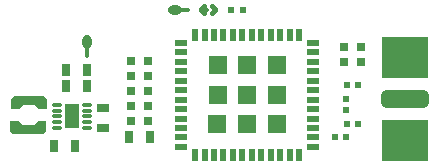
<source format=gtp>
G04 Layer_Color=8421504*
%FSAX25Y25*%
%MOIN*%
G70*
G01*
G75*
%ADD10R,0.02362X0.01969*%
G04:AMPARAMS|DCode=11|XSize=15.75mil|YSize=30mil|CornerRadius=0mil|HoleSize=0mil|Usage=FLASHONLY|Rotation=315.000|XOffset=0mil|YOffset=0mil|HoleType=Round|Shape=Octagon|*
%AMOCTAGOND11*
4,1,8,0.00782,0.01339,0.01339,0.00782,0.01339,0.00226,-0.00226,-0.01339,-0.00782,-0.01339,-0.01339,-0.00782,-0.01339,-0.00226,0.00226,0.01339,0.00782,0.01339,0.0*
%
%ADD11OCTAGOND11*%

G04:AMPARAMS|DCode=12|XSize=15mil|YSize=30mil|CornerRadius=0mil|HoleSize=0mil|Usage=FLASHONLY|Rotation=225.000|XOffset=0mil|YOffset=0mil|HoleType=Round|Shape=Octagon|*
%AMOCTAGOND12*
4,1,8,0.01326,-0.00796,0.00796,-0.01326,0.00265,-0.01326,-0.01326,0.00265,-0.01326,0.00796,-0.00796,0.01326,-0.00265,0.01326,0.01326,-0.00265,0.01326,-0.00796,0.0*
%
%ADD12OCTAGOND12*%

%ADD13P,0.03677X4X270.0*%
G04:AMPARAMS|DCode=14|XSize=15mil|YSize=30mil|CornerRadius=0mil|HoleSize=0mil|Usage=FLASHONLY|Rotation=315.000|XOffset=0mil|YOffset=0mil|HoleType=Round|Shape=Octagon|*
%AMOCTAGOND14*
4,1,8,0.00796,0.01326,0.01326,0.00796,0.01326,0.00265,-0.00265,-0.01326,-0.00796,-0.01326,-0.01326,-0.00796,-0.01326,-0.00265,0.00265,0.01326,0.00796,0.01326,0.0*
%
%ADD14OCTAGOND14*%

%ADD15O,0.04724X0.03150*%
%ADD16O,0.03937X0.01575*%
%ADD17R,0.03150X0.03937*%
%ADD18O,0.03150X0.04724*%
%ADD19O,0.01575X0.03937*%
%ADD20R,0.06000X0.02000*%
G04:AMPARAMS|DCode=21|XSize=11mil|YSize=31.5mil|CornerRadius=2.75mil|HoleSize=0mil|Usage=FLASHONLY|Rotation=270.000|XOffset=0mil|YOffset=0mil|HoleType=Round|Shape=RoundedRectangle|*
%AMROUNDEDRECTD21*
21,1,0.01100,0.02600,0,0,270.0*
21,1,0.00550,0.03150,0,0,270.0*
1,1,0.00550,-0.01300,-0.00275*
1,1,0.00550,-0.01300,0.00275*
1,1,0.00550,0.01300,0.00275*
1,1,0.00550,0.01300,-0.00275*
%
%ADD21ROUNDEDRECTD21*%
%ADD22R,0.04724X0.07874*%
%ADD23R,0.03937X0.03150*%
%ADD24R,0.03000X0.03000*%
%ADD25R,0.06299X0.06299*%
G04:AMPARAMS|DCode=26|XSize=62.99mil|YSize=62.99mil|CornerRadius=6.3mil|HoleSize=0mil|Usage=FLASHONLY|Rotation=0.000|XOffset=0mil|YOffset=0mil|HoleType=Round|Shape=RoundedRectangle|*
%AMROUNDEDRECTD26*
21,1,0.06299,0.05039,0,0,0.0*
21,1,0.05039,0.06299,0,0,0.0*
1,1,0.01260,0.02520,-0.02520*
1,1,0.01260,-0.02520,-0.02520*
1,1,0.01260,-0.02520,0.02520*
1,1,0.01260,0.02520,0.02520*
%
%ADD26ROUNDEDRECTD26*%
%ADD27R,0.01969X0.03937*%
%ADD28R,0.03937X0.01969*%
%ADD29R,0.01969X0.02362*%
G04:AMPARAMS|DCode=30|XSize=157.48mil|YSize=59.06mil|CornerRadius=14.76mil|HoleSize=0mil|Usage=FLASHONLY|Rotation=0.000|XOffset=0mil|YOffset=0mil|HoleType=Round|Shape=RoundedRectangle|*
%AMROUNDEDRECTD30*
21,1,0.15748,0.02953,0,0,0.0*
21,1,0.12795,0.05906,0,0,0.0*
1,1,0.02953,0.06398,-0.01476*
1,1,0.02953,-0.06398,-0.01476*
1,1,0.02953,-0.06398,0.01476*
1,1,0.02953,0.06398,0.01476*
%
%ADD30ROUNDEDRECTD30*%
%ADD31R,0.15748X0.07874*%
G36*
X0187500Y0188000D02*
X0186500Y0187000D01*
X0176500D01*
X0175500Y0188000D01*
Y0191500D01*
X0178250D01*
X0179500Y0190000D01*
X0183500D01*
X0184750Y0191500D01*
X0187500D01*
Y0188000D01*
D02*
G37*
G36*
X0187563Y0198843D02*
Y0195343D01*
X0184813D01*
X0183563Y0196843D01*
X0179563D01*
X0178313Y0195343D01*
X0175563D01*
X0175563Y0198843D01*
X0176563Y0199843D01*
X0186563D01*
X0187563Y0198843D01*
D02*
G37*
D10*
X0252969Y0228500D02*
D03*
X0249031D02*
D03*
X0287469Y0186000D02*
D03*
X0283531D02*
D03*
X0287531Y0190500D02*
D03*
X0291469D02*
D03*
X0287531Y0203500D02*
D03*
X0291469D02*
D03*
D11*
X0243400Y0227700D02*
D03*
D12*
Y0229300D02*
D03*
X0239600Y0227800D02*
D03*
D13*
X0240100Y0228500D02*
D03*
D14*
X0239600Y0229200D02*
D03*
D15*
X0230350Y0228500D02*
D03*
D16*
X0233500D02*
D03*
D17*
X0200937Y0203000D02*
D03*
X0194062D02*
D03*
X0200937Y0208500D02*
D03*
X0194062D02*
D03*
X0190063Y0183000D02*
D03*
X0196938D02*
D03*
X0221937Y0186000D02*
D03*
X0215062D02*
D03*
D18*
X0201000Y0217650D02*
D03*
D19*
Y0214500D02*
D03*
D20*
X0182000Y0188500D02*
D03*
X0181500Y0198500D02*
D03*
D21*
X0191079Y0196937D02*
D03*
Y0194968D02*
D03*
X0191079Y0193000D02*
D03*
Y0191032D02*
D03*
Y0189063D02*
D03*
X0200921D02*
D03*
Y0191032D02*
D03*
Y0193000D02*
D03*
X0200921Y0194968D02*
D03*
Y0196937D02*
D03*
D22*
X0196000Y0193000D02*
D03*
D23*
X0206500Y0189063D02*
D03*
Y0195938D02*
D03*
D24*
X0215750Y0191500D02*
D03*
X0221250D02*
D03*
X0221250Y0196500D02*
D03*
X0215750D02*
D03*
X0221250Y0201500D02*
D03*
X0215750D02*
D03*
X0215750Y0206500D02*
D03*
X0221250D02*
D03*
X0221250Y0211500D02*
D03*
X0215750D02*
D03*
X0292250Y0211000D02*
D03*
X0286750D02*
D03*
Y0216000D02*
D03*
X0292250D02*
D03*
D25*
X0264193Y0190335D02*
D03*
X0254350D02*
D03*
X0244409D02*
D03*
X0264193Y0200177D02*
D03*
X0254350D02*
D03*
X0244508D02*
D03*
X0264193Y0210020D02*
D03*
X0254350Y0210020D02*
D03*
D26*
X0244508Y0210020D02*
D03*
D27*
X0237028Y0220256D02*
D03*
X0240177D02*
D03*
X0243327D02*
D03*
X0246476D02*
D03*
X0249626D02*
D03*
X0252776D02*
D03*
X0255925D02*
D03*
X0259075D02*
D03*
X0262224D02*
D03*
X0265374D02*
D03*
X0268524D02*
D03*
X0271673D02*
D03*
Y0180098D02*
D03*
X0268524D02*
D03*
X0265374D02*
D03*
X0262224D02*
D03*
X0259075D02*
D03*
X0255925D02*
D03*
X0252776D02*
D03*
X0249626D02*
D03*
X0246476D02*
D03*
X0243327D02*
D03*
X0240177D02*
D03*
X0237028D02*
D03*
D28*
X0276201Y0217500D02*
D03*
X0276201Y0214350D02*
D03*
Y0211201D02*
D03*
Y0208051D02*
D03*
Y0204902D02*
D03*
Y0201752D02*
D03*
Y0198602D02*
D03*
Y0195453D02*
D03*
Y0192303D02*
D03*
Y0189154D02*
D03*
Y0186004D02*
D03*
Y0182854D02*
D03*
X0232500D02*
D03*
Y0186004D02*
D03*
Y0189154D02*
D03*
Y0192303D02*
D03*
Y0195453D02*
D03*
Y0198602D02*
D03*
Y0201752D02*
D03*
Y0204902D02*
D03*
Y0208051D02*
D03*
Y0211201D02*
D03*
Y0214350D02*
D03*
Y0217500D02*
D03*
D29*
X0287500Y0198969D02*
D03*
Y0195031D02*
D03*
D30*
X0307100Y0198900D02*
D03*
D31*
Y0209900D02*
D03*
Y0187900D02*
D03*
Y0215632D02*
D03*
Y0182168D02*
D03*
M02*

</source>
